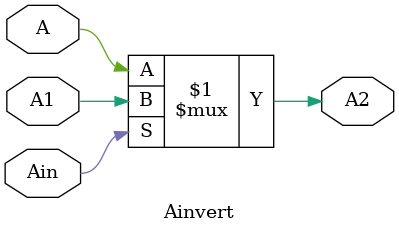
<source format=v>
`timescale 1ns / 1ps
module Ainvert(A,A1,Ain,A2);
	input A,A1;
	input Ain;
	output A2;
	
	assign A2 = Ain? A1:A;


endmodule

</source>
